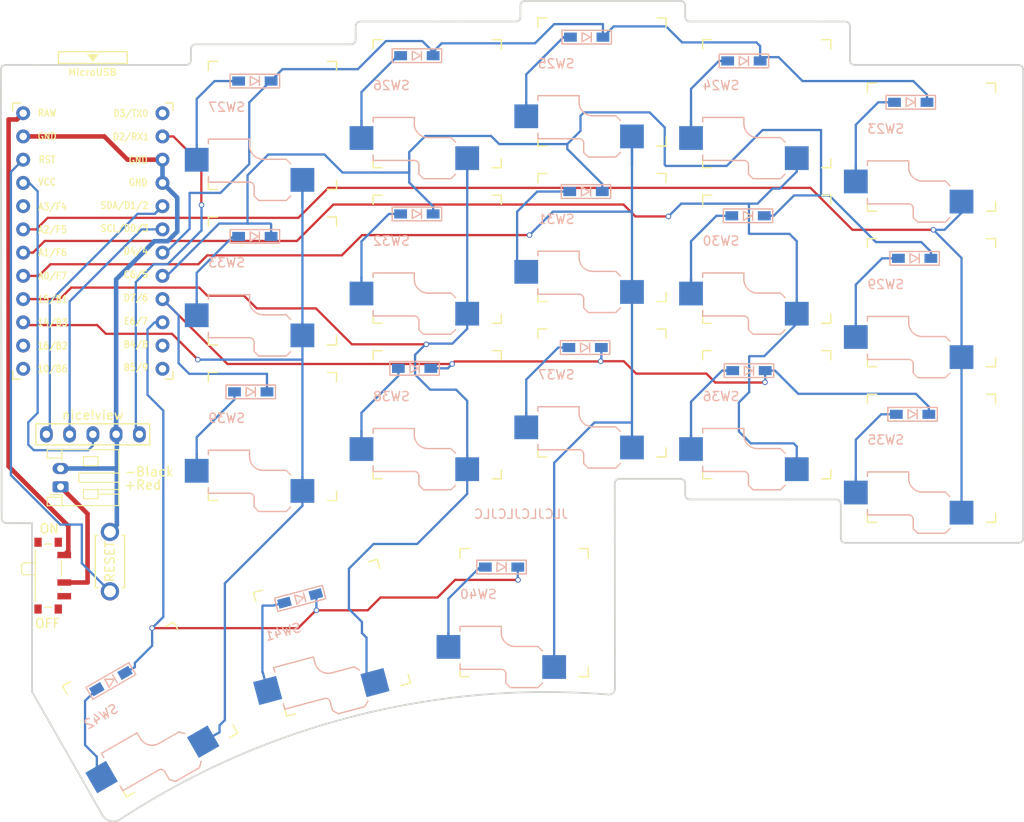
<source format=kicad_pcb>
(kicad_pcb (version 20221018) (generator pcbnew)
  (title_block (title "Corne Light") (date "2020-11-12") (rev "2.0") (company "foostan"))
  (layers (0 "F.Cu" signal) (31 "B.Cu" signal) (34 "B.Paste" user) (35 "F.Paste" user) (36 "B.SilkS" user "B.Silkscreen") (37 "F.SilkS" user "F.Silkscreen") (38 "B.Mask" user) (39 "F.Mask" user) (44 "Edge.Cuts" user))
  (net 0 "")
  (net 1 "row0_r")
  (net 2 "Net-(D23-Pad2)")
  (net 3 "Net-(D24-Pad2)")
  (net 4 "Net-(D25-Pad2)")
  (net 5 "Net-(D26-Pad2)")
  (net 6 "Net-(D27-Pad2)")
  (net 7 "row1_r")
  (net 8 "Net-(D29-Pad2)")
  (net 9 "Net-(D30-Pad2)")
  (net 10 "Net-(D31-Pad2)")
  (net 11 "Net-(D32-Pad2)")
  (net 12 "Net-(D33-Pad2)")
  (net 13 "row2_r")
  (net 14 "Net-(D35-Pad2)")
  (net 15 "Net-(D36-Pad2)")
  (net 16 "Net-(D37-Pad2)")
  (net 17 "Net-(D38-Pad2)")
  (net 18 "Net-(D39-Pad2)")
  (net 19 "Net-(D40-Pad2)")
  (net 20 "row3_r")
  (net 21 "Net-(D41-Pad2)")
  (net 22 "Net-(D42-Pad2)")
  (net 23 "SDA_r")
  (net 24 "SCL_r")
  (net 25 "reset_r")
  (net 26 "col0_r")
  (net 27 "col1_r")
  (net 28 "col2_r")
  (net 29 "col3_r")
  (net 30 "col4_r")
  (net 31 "col5_r")
  (net 33 "VDD")
  (net 34 "GNDA")
  (net 38 "CS_r")
  (net 39 "RGB_r")
  (net 40 "+BATTA")
  (net 41 "Net-(BATJ3-Pad2)")
  (footprint "kbd:ResetSW_1side" (layer "F.Cu") (at 166.9325 91.225 -90)
    (fp_text reference "RSW2" hide)
    (fp_text value "SW_PUSH")
  )
  (footprint "gateron-ks27:Kailh_socket_PG1350_no_LED" (layer "F.Cu") (at 256.6848 45.9204)
    (fp_text reference "SW23")
    (fp_text value "SW_PUSH")
  )
  (footprint "gateron-ks27:Kailh_socket_PG1350_no_LED" (layer "F.Cu") (at 238.6848 41.1704)
    (fp_text reference "SW24")
    (fp_text value "SW_PUSH")
  )
  (footprint "gateron-ks27:Kailh_socket_PG1350_no_LED" (layer "F.Cu") (at 220.6848 38.7954)
    (fp_text reference "SW25")
    (fp_text value "SW_PUSH")
  )
  (footprint "gateron-ks27:Kailh_socket_PG1350_no_LED" (layer "F.Cu") (at 202.6848 41.1704)
    (fp_text reference "SW26")
    (fp_text value "SW_PUSH")
  )
  (footprint "gateron-ks27:Kailh_socket_PG1350_no_LED" (layer "F.Cu") (at 184.6848 43.5454)
    (fp_text reference "SW27")
    (fp_text value "SW_PUSH")
  )
  (footprint "gateron-ks27:Kailh_socket_PG1350_no_LED" (layer "F.Cu") (at 256.6848 62.9204)
    (fp_text reference "SW29")
    (fp_text value "SW_PUSH")
  )
  (footprint "gateron-ks27:Kailh_socket_PG1350_no_LED" (layer "F.Cu") (at 238.6848 58.1704)
    (fp_text reference "SW30")
    (fp_text value "SW_PUSH")
  )
  (footprint "gateron-ks27:Kailh_socket_PG1350_no_LED" (layer "F.Cu") (at 220.6848 55.7954)
    (fp_text reference "SW31")
    (fp_text value "SW_PUSH")
  )
  (footprint "gateron-ks27:Kailh_socket_PG1350_no_LED" (layer "F.Cu") (at 202.6848 58.1704)
    (fp_text reference "SW32")
    (fp_text value "SW_PUSH")
  )
  (footprint "gateron-ks27:Kailh_socket_PG1350_no_LED" (layer "F.Cu") (at 184.6848 60.5454)
    (fp_text reference "SW33")
    (fp_text value "SW_PUSH")
  )
  (footprint "gateron-ks27:Kailh_socket_PG1350_no_LED" (layer "F.Cu") (at 256.6848 79.9204)
    (fp_text reference "SW35")
    (fp_text value "SW_PUSH")
  )
  (footprint "gateron-ks27:Kailh_socket_PG1350_no_LED" (layer "F.Cu") (at 238.6848 75.1704)
    (fp_text reference "SW36")
    (fp_text value "SW_PUSH")
  )
  (footprint "gateron-ks27:Kailh_socket_PG1350_no_LED" (layer "F.Cu") (at 220.6848 72.7954)
    (fp_text reference "SW37")
    (fp_text value "SW_PUSH")
  )
  (footprint "gateron-ks27:Kailh_socket_PG1350_no_LED" (layer "F.Cu") (at 202.6848 75.1704)
    (fp_text reference "SW38")
    (fp_text value "SW_PUSH")
  )
  (footprint "gateron-ks27:Kailh_socket_PG1350_no_LED" (layer "F.Cu") (at 212.1848 96.7954)
    (fp_text reference "SW40")
    (fp_text value "SW_PUSH")
  )
  (footprint "gateron-ks27:Kailh_socket_PG1350_no_LED" (layer "F.Cu") (at 191.1848 99.5454 15)
    (fp_text reference "SW41")
    (fp_text value "SW_PUSH")
  )
  (footprint "gateron-ks27:Kailh_socket_PG1350_no_LED" (layer "F.Cu") (at 184.6848 77.5454)
    (fp_text reference "SW39")
    (fp_text value "SW_PUSH")
  )
  (footprint "kbd:ProMicro_v3" (layer "F.Cu") (at 165.0628 56.6864)
    (fp_text reference "U2" hide)
    (fp_text value "ProMicro" hide)
  )
  (footprint "nice_view:nice_view_1side" (layer "F.Cu") (at 159.9875 77.31)
    (fp_text reference "J7")
    (fp_text value "OLED" hide)
  )
  (footprint "Button_Switch_SMD:SW_SPDT_PCM12" (layer "F.Cu") (at 160.5075 92.755 -90)
    (fp_text reference "PSW2" hide)
    (fp_text value "SW_SPST")
  )
  (footprint "Connector_JST:JST_PH_S2B-PH-K_1x02_P2.00mm_Horizontal" (layer "F.Cu") (at 161.5375 83.045 90)
    (fp_text reference "BATJ4" hide)
    (fp_text value "Conn_01x02_Female")
  )
  (footprint "gateron-ks27:Kailh_socket_PG1350_no_LED" (layer "F.Cu") (at 171.31 107.39 30)
    (fp_text reference "SW42")
    (fp_text value "SW_PUSH")
  )
  (footprint "gateron-ks27:D3_SMD_v2" (layer "B.Cu") (at 236.7375 70.345 180)
    (fp_text reference "D36" hide)
    (fp_text value "D" hide)
  )
  (footprint "gateron-ks27:D3_SMD_v2" (layer "B.Cu") (at 218.8375 67.82 180)
    (fp_text reference "D37" hide)
    (fp_text value "D" hide)
  )
  (footprint "gateron-ks27:D3_SMD_v2" (layer "B.Cu") (at 200.2125 70.095 180)
    (fp_text reference "D38" hide)
    (fp_text value "D" hide)
  )
  (footprint "gateron-ks27:D3_SMD_v2" (layer "B.Cu") (at 182.3125 72.67 180)
    (fp_text reference "D39" hide)
    (fp_text value "D" hide)
  )
  (footprint "gateron-ks27:D3_SMD_v2" (layer "B.Cu") (at 209.7125 91.82 180)
    (fp_text reference "D40" hide)
    (fp_text value "D" hide)
  )
  (footprint "gateron-ks27:D3_SMD_v2" (layer "B.Cu") (at 187.7125 95.245 -165)
    (fp_text reference "D41" hide)
    (fp_text value "D" hide)
  )
  (footprint "gateron-ks27:D3_SMD_v2" (layer "B.Cu") (at 167.0375 104.27 -150)
    (fp_text reference "D42" hide)
    (fp_text value "D" hide)
  )
  (footprint "gateron-ks27:D3_SMD_v2" (layer "B.Cu") (at 254.4125 41.015 180)
    (fp_text reference "D23" hide)
    (fp_text value "D" hide)
  )
  (footprint "gateron-ks27:D3_SMD_v2" (layer "B.Cu") (at 236.1875 36.495 180)
    (fp_text reference "D24" hide)
    (fp_text value "D" hide)
  )
  (footprint "gateron-ks27:D3_SMD_v2" (layer "B.Cu") (at 219.0125 33.895 180)
    (fp_text reference "D25" hide)
    (fp_text value "D" hide)
  )
  (footprint "gateron-ks27:D3_SMD_v2" (layer "B.Cu") (at 200.4625 35.92 180)
    (fp_text reference "D26" hide)
    (fp_text value "D" hide)
  )
  (footprint "gateron-ks27:D3_SMD_v2" (layer "B.Cu") (at 182.7625 38.695 180)
    (fp_text reference "D27" hide)
    (fp_text value "D" hide)
  )
  (footprint "gateron-ks27:D3_SMD_v2" (layer "B.Cu") (at 254.8375 58.07 180)
    (fp_text reference "D29" hide)
    (fp_text value "D" hide)
  )
  (footprint "gateron-ks27:D3_SMD_v2" (layer "B.Cu") (at 236.6375 53.42 180)
    (fp_text reference "D30" hide)
    (fp_text value "D" hide)
  )
  (footprint "gateron-ks27:D3_SMD_v2" (layer "B.Cu") (at 218.9375 50.77 180)
    (fp_text reference "D31" hide)
    (fp_text value "D" hide)
  )
  (footprint "gateron-ks27:D3_SMD_v2" (layer "B.Cu") (at 200.4625 53.22 180)
    (fp_text reference "D32" hide)
    (fp_text value "D" hide)
  )
  (footprint "gateron-ks27:D3_SMD_v2" (layer "B.Cu") (at 182.7625 55.675 180)
    (fp_text reference "D33" hide)
    (fp_text value "D" hide)
  )
  (footprint "gateron-ks27:D3_SMD_v2" (layer "B.Cu") (at 254.6125 75.12 180)
    (fp_text reference "D35" hide)
    (fp_text value "D" hide)
  )
  (gr_line (start 230.104759 84.397259) (end 229.97268 84.326139) (stroke (width 0.2)) (layer "Edge.Cuts"))
  (gr_line (start 230.274109 32.184762) (end 236.386102 32.184762) (stroke (width 0.2)) (layer "Edge.Cuts"))
  (gr_line (start 229.5739 82.278901) (end 229.67296 82.377961) (stroke (width 0.2)) (layer "Edge.Cuts"))
  (gr_line (start 247.103375 89.147168) (end 246.971295 89.076048) (stroke (width 0.2)) (layer "Edge.Cuts"))
  (gr_line (start 247.673851 32.387962) (end 247.744971 32.520042) (stroke (width 0.2)) (layer "Edge.Cuts"))
  (gr_line (start 229.87279 31.986642) (end 229.80167 31.854563) (stroke (width 0.2)) (layer "Edge.Cuts"))
  (gr_line (start 266.19118 36.934341) (end 266.36136 36.964821) (stroke (width 0.2)) (layer "Edge.Cuts"))
  (gr_line (start 167.955899 119.459659) (end 167.818739 119.523159) (stroke (width 0.2)) (layer "Edge.Cuts"))
  (gr_line (start 175.274026 36.937098) (end 175.274026 36.937098) (stroke (width 0.2)) (layer "Edge.Cuts"))
  (gr_line (start 194.273966 32.184762) (end 205.236595 32.187302) (stroke (width 0.2)) (layer "Edge.Cuts"))
  (gr_line (start 246.745235 84.760592) (end 246.773175 84.925692) (stroke (width 0.2)) (layer "Edge.Cuts"))
  (gr_line (start 230.274109 32.184762) (end 230.103929 32.156822) (stroke (width 0.2)) (layer "Edge.Cuts"))
  (gr_line (start 229.44436 82.207781) (end 229.5739 82.278901) (stroke (width 0.2)) (layer "Edge.Cuts"))
  (gr_line (start 266.5925 88.975) (end 266.4909 89.0766) (stroke (width 0.2)) (layer "Edge.Cuts"))
  (gr_line (start 167.818739 119.523159) (end 167.666339 119.573959) (stroke (width 0.2)) (layer "Edge.Cuts"))
  (gr_line (start 266.36136 89.14518) (end 266.19372 89.17566) (stroke (width 0.2)) (layer "Edge.Cuts"))
  (gr_line (start 211.442568 32.159362) (end 211.272388 32.187302) (stroke (width 0.2)) (layer "Edge.Cuts"))
  (gr_line (start 155.022626 37.434937) (end 155.053106 37.267297) (stroke (width 0.2)) (layer "Edge.Cuts"))
  (gr_line (start 266.4909 89.0766) (end 266.36136 89.14518) (stroke (width 0.2)) (layer "Edge.Cuts"))
  (gr_line (start 158.4175 87.015) (end 158.4225 105.445) (stroke (width 0.2)) (layer "Edge.Cuts"))
  (gr_line (start 246.272796 84.427852) (end 241.146322 84.427852) (stroke (width 0.2)) (layer "Edge.Cuts"))
  (gr_line (start 246.801115 88.844908) (end 246.773175 88.674728) (stroke (width 0.2)) (layer "Edge.Cuts"))
  (gr_line (start 193.743106 34.359) (end 193.671986 34.48854) (stroke (width 0.2)) (layer "Edge.Cuts"))
  (gr_line (start 211.742288 31.857103) (end 211.673708 31.989182) (stroke (width 0.2)) (layer "Edge.Cuts"))
  (gr_line (start 175.771865 35.187039) (end 175.771865 36.436718) (stroke (width 0.2)) (layer "Edge.Cuts"))
  (gr_line (start 167.122779 119.609519) (end 166.95514 119.576499) (stroke (width 0.2)) (layer "Edge.Cuts"))
  (gr_line (start 175.873465 34.88732) (end 175.975065 34.78572) (stroke (width 0.2)) (layer "Edge.Cuts"))
  (gr_line (start 166.53604 119.388539) (end 166.4192 119.30218) (stroke (width 0.2)) (layer "Edge.Cuts"))
  (gr_line (start 167.666339 119.573959) (end 167.498699 119.606979) (stroke (width 0.2)) (layer "Edge.Cuts"))
  (gr_line (start 175.771865 36.436718) (end 175.743925 36.609438) (stroke (width 0.2)) (layer "Edge.Cuts"))
  (gr_line (start 212.273147 29.936864) (end 212.273147 29.936864) (stroke (width 0.2)) (layer "Edge.Cuts"))
  (gr_line (start 229.67213 30.137524) (end 229.74325 30.267064) (stroke (width 0.2)) (layer "Edge.Cuts"))
  (gr_line (start 194.106326 32.215242) (end 194.273966 32.184762) (stroke (width 0.2)) (layer "Edge.Cuts"))
  (gr_line (start 266.5925 37.135) (end 266.66108 37.26708) (stroke (width 0.2)) (layer "Edge.Cuts"))
  (gr_line (start 266.69156 37.43472) (end 266.6941 88.672741) (stroke (width 0.2)) (layer "Edge.Cuts"))
  (gr_line (start 193.440847 34.65872) (end 193.273207 34.68412) (stroke (width 0.2)) (layer "Edge.Cuts"))
  (gr_line (start 193.671986 34.48854) (end 193.570387 34.5876) (stroke (width 0.2)) (layer "Edge.Cuts"))
  (gr_line (start 211.973427 30.035924) (end 212.102967 29.967344) (stroke (width 0.2)) (layer "Edge.Cuts"))
  (gr_line (start 211.772768 31.684383) (end 211.772768 30.434704) (stroke (width 0.2)) (layer "Edge.Cuts"))
  (gr_line (start 155.626711 87.013814) (end 158.4175 87.015) (stroke (width 0.2)) (layer "Edge.Cuts"))
  (gr_line (start 175.771865 35.187039) (end 175.802345 35.016859) (stroke (width 0.2)) (layer "Edge.Cuts"))
  (gr_line (start 193.570387 34.5876) (end 193.440847 34.65872) (stroke (width 0.2)) (layer "Edge.Cuts"))
  (gr_line (start 229.97268 84.326139) (end 229.87362 84.227079) (stroke (width 0.2)) (layer "Edge.Cuts"))
  (gr_line (start 211.772768 31.684383) (end 211.742288 31.857103) (stroke (width 0.2)) (layer "Edge.Cuts"))
  (gr_line (start 166.21854 119.0939) (end 166.15758 119.01008) (stroke (width 0.2)) (layer "Edge.Cuts"))
  (gr_line (start 246.674115 84.628512) (end 246.745235 84.760592) (stroke (width 0.2)) (layer "Edge.Cuts"))
  (gr_line (start 167.310739 119.622219) (end 167.122779 119.609519) (stroke (width 0.2)) (layer "Edge.Cuts"))
  (gr_line (start 246.872235 88.976988) (end 246.801115 88.844908) (stroke (width 0.2)) (layer "Edge.Cuts"))
  (gr_line (start 155.355365 36.965038) (end 155.523005 36.934558) (stroke (width 0.2)) (layer "Edge.Cuts"))
  (gr_line (start 175.571205 36.838038) (end 175.441665 36.909158) (stroke (width 0.2)) (layer "Edge.Cuts"))
  (gr_line (start 155.022626 37.434937) (end 155.106711 86.503718) (stroke (width 0.2)) (layer "Edge.Cuts"))
  (gr_line (start 246.272796 84.427852) (end 246.442975 84.458332) (stroke (width 0.2)) (layer "Edge.Cuts"))
  (gr_line (start 176.272245 34.68412) (end 193.273207 34.68412) (stroke (width 0.2)) (layer "Edge.Cuts"))
  (gr_line (start 229.8025 84.095) (end 229.77456 83.92482) (stroke (width 0.2)) (layer "Edge.Cuts"))
  (gr_line (start 193.773586 32.685142) (end 193.804066 32.517502) (stroke (width 0.2)) (layer "Edge.Cuts"))
  (gr_line (start 175.743925 36.609438) (end 175.672805 36.738978) (stroke (width 0.2)) (layer "Edge.Cuts"))
  (gr_line (start 247.572251 32.288902) (end 247.673851 32.387962) (stroke (width 0.2)) (layer "Edge.Cuts"))
  (gr_line (start 247.272532 32.187302) (end 236.386102 32.184762) (stroke (width 0.2)) (layer "Edge.Cuts"))
  (gr_line (start 222.28203 82.27547) (end 222.41157 82.20435) (stroke (width 0.2)) (layer "Edge.Cuts"))
  (gr_line (start 229.97185 32.085702) (end 229.87279 31.986642) (stroke (width 0.2)) (layer "Edge.Cuts"))
  (gr_line (start 229.27418 82.174761) (end 229.44436 82.207781) (stroke (width 0.2)) (layer "Edge.Cuts"))
  (gr_line (start 266.6941 88.672741) (end 266.66362 88.84546) (stroke (width 0.2)) (layer "Edge.Cuts"))
  (gr_line (start 246.572515 84.529452) (end 246.674115 84.628512) (stroke (width 0.2)) (layer "Edge.Cuts"))
  (gr_line (start 222.07883 82.67425) (end 222.11185 82.50407) (stroke (width 0.2)) (layer "Edge.Cuts"))
  (gr_line (start 166.15758 119.01008) (end 166.1525 119.005) (stroke (width 0.2)) (layer "Edge.Cuts"))
  (gr_line (start 229.44353 29.967344) (end 229.57307 30.038464) (stroke (width 0.2)) (layer "Edge.Cuts"))
  (gr_arc (start 167.955899 119.45966) (mid 193.553438 108.131164) (end 221.444584 105.753605) (stroke (width 0.2)) (layer "Edge.Cuts"))
  (gr_line (start 246.773175 84.925692) (end 246.773175 88.674728) (stroke (width 0.2)) (layer "Edge.Cuts"))
  (gr_line (start 247.273555 89.175108) (end 266.19372 89.17566) (stroke (width 0.2)) (layer "Edge.Cuts"))
  (gr_line (start 211.772768 30.434704) (end 211.803248 30.267064) (stroke (width 0.2)) (layer "Edge.Cuts"))
  (gr_line (start 166.8002 119.525699) (end 166.66304 119.462199) (stroke (width 0.2)) (layer "Edge.Cuts"))
  (gr_line (start 248.103111 36.906618) (end 247.971031 36.835498) (stroke (width 0.2)) (layer "Edge.Cuts"))
  (gr_line (start 247.442711 32.217782) (end 247.572251 32.288902) (stroke (width 0.2)) (layer "Edge.Cuts"))
  (gr_line (start 266.66108 37.26708) (end 266.69156 37.43472) (stroke (width 0.2)) (layer "Edge.Cuts"))
  (gr_line (start 166.31506 119.20312) (end 166.21854 119.0939) (stroke (width 0.2)) (layer "Edge.Cuts"))
  (gr_line (start 175.672805 36.738978) (end 175.571205 36.838038) (stroke (width 0.2)) (layer "Edge.Cuts"))
  (gr_line (start 212.273147 29.934324) (end 229.27335 29.934324) (stroke (width 0.2)) (layer "Edge.Cuts"))
  (gr_line (start 155.124225 37.137757) (end 155.225825 37.036157) (stroke (width 0.2)) (layer "Edge.Cuts"))
  (gr_line (start 229.77456 82.675141) (end 229.77456 83.92482) (stroke (width 0.2)) (layer "Edge.Cuts"))
  (gr_line (start 155.523005 36.934558) (end 175.274026 36.937098) (stroke (width 0.2)) (layer "Edge.Cuts"))
  (gr_line (start 193.872646 32.387962) (end 193.974246 32.286362) (stroke (width 0.2)) (layer "Edge.Cuts"))
  (gr_line (start 175.802345 35.016859) (end 175.873465 34.88732) (stroke (width 0.2)) (layer "Edge.Cuts"))
  (gr_line (start 211.874367 30.137524) (end 211.973427 30.035924) (stroke (width 0.2)) (layer "Edge.Cuts"))
  (gr_line (start 222.57921 82.17387) (end 229.27418 82.174761) (stroke (width 0.2)) (layer "Edge.Cuts"))
  (gr_line (start 175.975065 34.78572) (end 176.104605 34.71714) (stroke (width 0.2)) (layer "Edge.Cuts"))
  (gr_line (start 230.274939 84.425199) (end 230.104759 84.397259) (stroke (width 0.2)) (layer "Edge.Cuts"))
  (gr_line (start 229.27335 29.934324) (end 229.44353 29.967344) (stroke (width 0.2)) (layer "Edge.Cuts"))
  (gr_line (start 166.1525 119.005) (end 158.4225 105.445) (stroke (width 0.2)) (layer "Edge.Cuts"))
  (gr_line (start 229.67296 82.377961) (end 229.74408 82.507501) (stroke (width 0.2)) (layer "Edge.Cuts"))
  (gr_line (start 246.971295 89.076048) (end 246.872235 88.976988) (stroke (width 0.2)) (layer "Edge.Cuts"))
  (gr_line (start 222.097644 105.106286) (end 222.07883 82.67425) (stroke (width 0.2)) (layer "Edge.Cuts"))
  (gr_line (start 166.95514 119.576499) (end 166.8002 119.525699) (stroke (width 0.2)) (layer "Edge.Cuts"))
  (gr_line (start 248.273291 36.934558) (end 266.19118 36.934341) (stroke (width 0.2)) (layer "Edge.Cuts"))
  (gr_line (start 266.4909 37.03594) (end 266.5925 37.135) (stroke (width 0.2)) (layer "Edge.Cuts"))
  (gr_line (start 229.57307 30.038464) (end 229.67213 30.137524) (stroke (width 0.2)) (layer "Edge.Cuts"))
  (gr_line (start 266.66362 88.84546) (end 266.5925 88.975) (stroke (width 0.2)) (layer "Edge.Cuts"))
  (gr_line (start 229.80167 31.854563) (end 229.77373 31.684383) (stroke (width 0.2)) (layer "Edge.Cuts"))
  (gr_line (start 211.272388 32.187302) (end 205.236595 32.187302) (stroke (width 0.2)) (layer "Edge.Cuts"))
  (gr_line (start 230.103929 32.156822) (end 229.97185 32.085702) (stroke (width 0.2)) (layer "Edge.Cuts"))
  (gr_line (start 211.673708 31.989182) (end 211.572108 32.088242) (stroke (width 0.2)) (layer "Edge.Cuts"))
  (gr_line (start 222.18297 82.37453) (end 222.28203 82.27547) (stroke (width 0.2)) (layer "Edge.Cuts"))
  (gr_line (start 175.441665 36.909158) (end 175.274026 36.937098) (stroke (width 0.2)) (layer "Edge.Cuts"))
  (gr_line (start 176.104605 34.71714) (end 176.272245 34.68412) (stroke (width 0.2)) (layer "Edge.Cuts"))
  (gr_line (start 193.804066 32.517502) (end 193.872646 32.387962) (stroke (width 0.2)) (layer "Edge.Cuts"))
  (gr_line (start 247.871971 36.736438) (end 247.800851 36.604358) (stroke (width 0.2)) (layer "Edge.Cuts"))
  (gr_line (start 229.87362 84.227079) (end 229.8025 84.095) (stroke (width 0.2)) (layer "Edge.Cuts"))
  (gr_line (start 247.800851 36.604358) (end 247.772911 36.434178) (stroke (width 0.2)) (layer "Edge.Cuts"))
  (gr_line (start 193.974246 32.286362) (end 194.106326 32.215242) (stroke (width 0.2)) (layer "Edge.Cuts"))
  (gr_line (start 247.272532 32.187302) (end 247.442711 32.217782) (stroke (width 0.2)) (layer "Edge.Cuts"))
  (gr_line (start 229.74408 82.507501) (end 229.77456 82.675141) (stroke (width 0.2)) (layer "Edge.Cuts"))
  (gr_line (start 222.41157 82.20435) (end 222.57921 82.17387) (stroke (width 0.2)) (layer "Edge.Cuts"))
  (gr_line (start 193.773586 34.18374) (end 193.743106 34.359) (stroke (width 0.2)) (layer "Edge.Cuts"))
  (gr_arc (start 155.626711 87.013814) (mid 155.2625 86.865) (end 155.106711 86.503718) (stroke (width 0.2)) (layer "Edge.Cuts"))
  (gr_line (start 166.4192 119.30218) (end 166.31506 119.20312) (stroke (width 0.2)) (layer "Edge.Cuts"))
  (gr_line (start 229.77373 30.434704) (end 229.77373 31.684383) (stroke (width 0.2)) (layer "Edge.Cuts"))
  (gr_line (start 212.102967 29.967344) (end 212.273147 29.934324) (stroke (width 0.2)) (layer "Edge.Cuts"))
  (gr_line (start 246.442975 84.458332) (end 246.572515 84.529452) (stroke (width 0.2)) (layer "Edge.Cuts"))
  (gr_line (start 222.11185 82.50407) (end 222.18297 82.37453) (stroke (width 0.2)) (layer "Edge.Cuts"))
  (gr_line (start 247.971031 36.835498) (end 247.871971 36.736438) (stroke (width 0.2)) (layer "Edge.Cuts"))
  (gr_line (start 247.744971 32.520042) (end 247.772911 32.685142) (stroke (width 0.2)) (layer "Edge.Cuts"))
  (gr_line (start 211.803248 30.267064) (end 211.874367 30.137524) (stroke (width 0.2)) (layer "Edge.Cuts"))
  (gr_line (start 211.572108 32.088242) (end 211.442568 32.159362) (stroke (width 0.2)) (layer "Edge.Cuts"))
  (gr_line (start 266.36136 36.964821) (end 266.4909 37.03594) (stroke (width 0.2)) (layer "Edge.Cuts"))
  (gr_line (start 230.274939 84.425199) (end 241.146322 84.427852) (stroke (width 0.2)) (layer "Edge.Cuts"))
  (gr_line (start 167.498699 119.606979) (end 167.310739 119.622219) (stroke (width 0.2)) (layer "Edge.Cuts"))
  (gr_line (start 248.273291 36.934558) (end 248.103111 36.906618) (stroke (width 0.2)) (layer "Edge.Cuts"))
  (gr_line (start 155.225825 37.036157) (end 155.355365 36.965038) (stroke (width 0.2)) (layer "Edge.Cuts"))
  (gr_line (start 247.772911 32.685142) (end 247.772911 36.434178) (stroke (width 0.2)) (layer "Edge.Cuts"))
  (gr_line (start 247.273555 89.175108) (end 247.103375 89.147168) (stroke (width 0.2)) (layer "Edge.Cuts"))
  (gr_line (start 229.74325 30.267064) (end 229.77373 30.434704) (stroke (width 0.2)) (layer "Edge.Cuts"))
  (gr_line (start 155.053106 37.267297) (end 155.124225 37.137757) (stroke (width 0.2)) (layer "Edge.Cuts"))
  (gr_line (start 193.773586 34.18374) (end 193.773586 32.685142) (stroke (width 0.2)) (layer "Edge.Cuts"))
  (gr_line (start 266.69156 37.43472) (end 266.69156 37.43472) (stroke (width 0.2)) (layer "Edge.Cuts"))
  (gr_arc (start 222.095463 105.11425) (mid 221.906203 105.572561) (end 221.444584 105.753605) (stroke (width 0.2)) (layer "Edge.Cuts"))
  (gr_line (start 166.66304 119.462199) (end 166.53604 119.388539) (stroke (width 0.2)) (layer "Edge.Cuts"))
  (gr_text "JLCJLCJLCJLC\n\n" (at 217.0875 88.22) (layer "B.SilkS") (effects (font (size 1 1)) (justify left bottom mirror)))
  (gr_text "-Black" (at 168.4375 81.395) (layer "F.SilkS") (effects (font (size 1 1)) (justify left)))
  (gr_text "+Red" (at 168.4375 82.845) (layer "F.SilkS") (effects (font (size 1 1)) (justify left)))
  (gr_text "ON" (at 159.1525 87.615) (layer "F.SilkS") (effects (font (size 1 1)) (justify left)))
  (gr_text "OFF" (at 158.6425 97.985) (layer "F.SilkS") (effects (font (size 1 1)) (justify left)))
  (segment (start 237.962 36.0815) (end 237.962 34.8755) (width 0.25) (layer "B.Cu") (net 1))
  (segment (start 197.0875 34.32) (end 201.0515 34.32) (width 0.25) (layer "B.Cu") (net 1))
  (segment (start 175.6375 54.845) (end 175.6375 50.92) (width 0.25) (layer "B.Cu") (net 1))
  (segment (start 237.9625 36.495) (end 237.962 36.495) (width 0.25) (layer "B.Cu") (net 1))
  (segment (start 182.149 41.0315) (end 184.538 38.6433) (width 0.25) (layer "B.Cu") (net 1))
  (segment (start 201.0515 34.32) (end 202.238 35.5065) (width 0.25) (layer "B.Cu") (net 1))
  (segment (start 172.6741 57.4483) (end 173.0342 57.4483) (width 0.25) (layer "B.Cu") (net 1))
  (segment (start 237.5565 34.47) (end 229.4375 34.47) (width 0.25) (layer "B.Cu") (net 1))
  (segment (start 172.6742 57.4484) (end 172.6741 57.4483) (width 0.25) (layer "B.Cu") (net 1))
  (segment (start 184.538 38.695) (end 184.538 38.6433) (width 0.25) (layer "B.Cu") (net 1))
  (segment (start 184.538 38.6433) (end 185.7863 37.395) (width 0.25) (layer "B.Cu") (net 1))
  (segment (start 202.238 35.92) (end 202.238 35.5065) (width 0.25) (layer "B.Cu") (net 1))
  (segment (start 194.0125 37.395) (end 197.0875 34.32) (width 0.25) (layer "B.Cu") (net 1))
  (segment (start 220.7875 33.895) (end 220.788 33.895) (width 0.25) (layer "B.Cu") (net 1))
  (segment (start 237.962 34.8755) (end 237.5565 34.47) (width 0.25) (layer "B.Cu") (net 1))
  (segment (start 220.788 33.895) (end 220.788 32.47) (width 0.25) (layer "B.Cu") (net 1))
  (segment (start 173.0342 57.4483) (end 175.6375 54.845) (width 0.25) (layer "B.Cu") (net 1))
  (segment (start 256.188 40.1881) (end 254.6949 38.695) (width 0.25) (layer "B.Cu") (net 1))
  (segment (start 256.1875 41.015) (end 256.188 41.015) (width 0.25) (layer "B.Cu") (net 1))
  (segment (start 254.6949 38.695) (end 242.5875 38.695) (width 0.25) (layer "B.Cu") (net 1))
  (segment (start 185.7863 37.395) (end 194.0125 37.395) (width 0.25) (layer "B.Cu") (net 1))
  (segment (start 229.4375 34.47) (end 227.6875 32.72) (width 0.25) (layer "B.Cu") (net 1))
  (segment (start 172.674 57.4484) (end 172.6741 57.4483) (width 0.25) (layer "B.Cu") (net 1))
  (segment (start 175.6375 50.92) (end 179.0037 50.92) (width 0.25) (layer "B.Cu") (net 1))
  (segment (start 220.788 32.47) (end 215.4625 32.47) (width 0.25) (layer "B.Cu") (net 1))
  (segment (start 213.3625 34.57) (end 203.1745 34.57) (width 0.25) (layer "B.Cu") (net 1))
  (segment (start 256.188 41.015) (end 256.188 40.1881) (width 0.25) (layer "B.Cu") (net 1))
  (segment (start 239.974 36.0815) (end 237.962 36.0815) (width 0.25) (layer "B.Cu") (net 1))
  (segment (start 184.5375 38.695) (end 184.538 38.695) (width 0.25) (layer "B.Cu") (net 1))
  (segment (start 242.5875 38.695) (end 239.974 36.0815) (width 0.25) (layer "B.Cu") (net 1))
  (segment (start 221.963 32.72) (end 220.788 33.895) (width 0.25) (layer "B.Cu") (net 1))
  (segment (start 179.0037 50.92) (end 182.149 47.7747) (width 0.25) (layer "B.Cu") (net 1))
  (segment (start 203.1745 34.57) (end 202.238 35.5065) (width 0.25) (layer "B.Cu") (net 1))
  (segment (start 202.2375 35.92) (end 202.238 35.92) (width 0.25) (layer "B.Cu") (net 1))
  (segment (start 215.4625 32.47) (end 213.3625 34.57) (width 0.25) (layer "B.Cu") (net 1))
  (segment (start 182.149 47.7747) (end 182.149 41.0315) (width 0.25) (layer "B.Cu") (net 1))
  (segment (start 237.962 36.495) (end 237.962 36.0815) (width 0.25) (layer "B.Cu") (net 1))
  (segment (start 227.6875 32.72) (end 221.963 32.72) (width 0.25) (layer "B.Cu") (net 1))
  (segment (start 248.41 43.4725) (end 248.41 47.87) (width 0.25) (layer "B.Cu") (net 2))
  (segment (start 248.41 47.87) (end 248.41 49.6704) (width 0.25) (layer "B.Cu") (net 2))
  (segment (start 252.6375 41.015) (end 250.8675 41.015) (width 0.25) (layer "B.Cu") (net 2))
  (segment (start 248.4098 47.8702) (end 248.4098 49.6704) (width 0.25) (layer "B.Cu") (net 2))
  (segment (start 250.8675 41.015) (end 248.41 43.4725) (width 0.25) (layer "B.Cu") (net 2))
  (segment (start 248.41 47.87) (end 248.4098 47.8702) (width 0.25) (layer "B.Cu") (net 2))
  (segment (start 230.41 43.1225) (end 230.41 44.9204) (width 0.25) (layer "B.Cu") (net 3))
  (segment (start 230.41 39.5475) (end 230.41 43.1225) (width 0.25) (layer "B.Cu") (net 3))
  (segment (start 234.4125 36.495) (end 233.4625 36.495) (width 0.25) (layer "B.Cu") (net 3))
  (segment (start 230.4098 43.1227) (end 230.4098 44.9204) (width 0.25) (layer "B.Cu") (net 3))
  (segment (start 230.41 43.1225) (end 230.4098 43.1227) (width 0.25) (layer "B.Cu") (net 3))
  (segment (start 233.4625 36.495) (end 230.41 39.5475) (width 0.25) (layer "B.Cu") (net 3))
  (segment (start 216.4875 33.895) (end 212.41 37.9725) (width 0.25) (layer "B.Cu") (net 4))
  (segment (start 217.2375 33.895) (end 216.4875 33.895) (width 0.25) (layer "B.Cu") (net 4))
  (segment (start 212.41 41.0475) (end 212.41 42.5454) (width 0.25) (layer "B.Cu") (net 4))
  (segment (start 212.4098 41.0477) (end 212.4098 42.5454) (width 0.25) (layer "B.Cu") (net 4))
  (segment (start 212.41 37.9725) (end 212.41 41.0475) (width 0.25) (layer "B.Cu") (net 4))
  (segment (start 212.41 41.0475) (end 212.4098 41.0477) (width 0.25) (layer "B.Cu") (net 4))
  (segment (start 194.4098 42.9727) (end 194.4098 44.9204) (width 0.25) (layer "B.Cu") (net 5))
  (segment (start 194.41 42.9725) (end 194.41 44.9204) (width 0.25) (layer "B.Cu") (net 5))
  (segment (start 198.6875 35.92) (end 198.3875 35.92) (width 0.25) (layer "B.Cu") (net 5))
  (segment (start 194.41 39.8975) (end 194.41 42.9725) (width 0.25) (layer "B.Cu") (net 5))
  (segment (start 194.41 42.9725) (end 194.4098 42.9727) (width 0.25) (layer "B.Cu") (net 5))
  (segment (start 198.3875 35.92) (end 194.41 39.8975) (width 0.25) (layer "B.Cu") (net 5))
  (segment (start 176.41 45.6975) (end 176.41 47.2954) (width 0.25) (layer "B.Cu") (net 6))
  (segment (start 176.41 40.6475) (end 176.41 45.6975) (width 0.25) (layer "B.Cu") (net 6))
  (segment (start 180.9875 38.695) (end 178.3625 38.695) (width 0.25) (layer "B.Cu") (net 6))
  (segment (start 176.41 45.6975) (end 176.4098 45.6977) (width 0.25) (layer "B.Cu") (net 6))
  (segment (start 176.4098 45.6977) (end 176.4098 47.2954) (width 0.25) (layer "B.Cu") (net 6))
  (segment (start 178.3625 38.695) (end 176.41 40.6475) (width 0.25) (layer "B.Cu") (net 6))
  (segment (start 225.8875 42.12) (end 227.5375 43.77) (width 0.25) (layer "B.Cu") (net 7))
  (segment (start 190.3625 46.72) (end 184.2375 46.72) (width 0.25) (layer "B.Cu") (net 7))
  (segment (start 202.2375 53.22) (end 202.238 53.22) (width 0.25) (layer "B.Cu") (net 7))
  (segment (start 199.625 47.3924) (end 199.625 48.57) (width 0.25) (layer "B.Cu") (net 7))
  (segment (start 172.6742 59.9884) (end 172.6741 59.9883) (width 0.25) (layer "B.Cu") (net 7))
  (segment (start 238.2375 44.045) (end 244.6125 44.045) (width 0.25) (layer "B.Cu") (net 7))
  (segment (start 178.8625 54.27) (end 182.0219 54.27) (width 0.25) (layer "B.Cu") (net 7))
  (segment (start 239.439 53.42) (end 238.4125 53.42) (width 0.25) (layer "B.Cu") (net 7))
  (segment (start 218.3375 42.495) (end 218.7125 42.12) (width 0.25) (layer "B.Cu") (net 7))
  (segment (start 250.6093 56.295) (end 245.5093 51.195) (width 0.25) (layer "B.Cu") (net 7))
  (segment (start 234.3125 47.97) (end 238.2375 44.045) (width 0.25) (layer "B.Cu") (net 7))
  (segment (start 216.894 46.1251) (end 216.894 45.5819) (width 0.25) (layer "B.Cu") (net 7))
  (segment (start 241.664 51.195) (end 239.439 53.42) (width 0.25) (layer "B.Cu") (net 7))
  (segment (start 218.3375 44.1384) (end 218.3375 42.495) (width 0.25) (layer "B.Cu") (net 7))
  (segment (start 184.5375 54.345) (end 184.5375 55.675) (width 0.25) (layer "B.Cu") (net 7))
  (segment (start 256.6125 57.345) (end 255.5625 56.295) (width 0.25) (layer "B.Cu") (net 7))
  (segment (start 256.6125 58.07) (end 256.6125 57.345) (width 0.25) (layer "B.Cu") (net 7))
  (segment (start 216.894 45.5819) (end 209.4494 45.5819) (width 0.25) (layer "B.Cu") (net 7))
  (segment (start 181.9625 54.27) (end 184.4625 54.27) (width 0.25) (layer "B.Cu") (net 7))
  (segment (start 208.5625 44.695) (end 201.3875 44.695) (width 0.25) (layer "B.Cu") (net 7))
  (segment (start 199.625 48.57) (end 199.5 48.695) (width 0.25) (layer "B.Cu") (net 7))
  (segment (start 199.625 49.7808) (end 202.238 52.3931) (width 0.25) (layer "B.Cu") (net 7))
  (segment (start 227.6625 47.97) (end 234.3125 47.97) (width 0.25) (layer "B.Cu") (net 7))
  (segment (start 227.5375 43.77) (end 227.5375 47.845) (width 0.25) (layer "B.Cu") (net 7))
  (segment (start 173.1442 59.9883) (end 178.8625 54.27) (width 0.25) (layer "B.Cu") (net 7))
  (segment (start 199.625 47.3924) (end 199.625 49.7808) (width 0.25) (layer "B.Cu") (net 7))
  (segment (start 172.674 59.9884) (end 172.6741 59.9883) (width 0.25) (layer "B.Cu") (net 7))
  (segment (start 184.4625 54.27) (end 184.5375 54.345) (width 0.25) (layer "B.Cu") (net 7))
  (segment (start 172.6741 59.9883) (end 173.1442 59.9883) (width 0.25) (layer "B.Cu") (net 7))
  (segment (start 255.5625 56.295) (end 250.6093 56.295) (width 0.25) (layer "B.Cu") (net 7))
  (segment (start 181.9625 48.995) (end 181.9625 54.27) (width 0.25) (layer "B.Cu") (net 7))
  (segment (start 216.894 45.5819) (end 218.3375 44.1384) (width 0.25) (layer "B.Cu") (net 7))
  (segment (start 209.4494 45.5819) (end 208.5625 44.695) (width 0.25) (layer "B.Cu") (net 7))
  (segment (start 201.3875 44.695) (end 199.625 46.4575) (width 0.25) (layer "B.Cu") (net 7))
  (segment (start 192.3375 48.695) (end 190.3625 46.72) (width 0.25) (layer "B.Cu") (net 7))
  (segment (start 227.5375 47.845) (end 227.6625 47.97) (width 0.25) (layer "B.Cu") (net 7))
  (segment (start 184.2375 46.72) (end 181.9625 48.995) (width 0.25) (layer "B.Cu") (net 7))
  (segment (start 218.7125 42.12) (end 225.8875 42.12) (width 0.25) (layer "B.Cu") (net 7))
  (segment (start 244.6125 44.045) (end 244.6125 51.195) (width 0.25) (layer "B.Cu") (net 7))
  (segment (start 199.625 46.4575) (end 199.625 47.3924) (width 0.25) (layer "B.Cu") (net 7))
  (segment (start 245.5093 51.195) (end 241.664 51.195) (width 0.25) (layer "B.Cu") (net 7))
  (segment (start 238.4125 53.42) (end 238.412 53.42) (width 0.25) (layer "B.Cu") (net 7))
  (segment (start 220.712 50.77) (end 220.712 49.9431) (width 0.25) (layer "B.Cu") (net 7))
  (segment (start 220.7125 50.77) (end 220.712 50.77) (width 0.25) (layer "B.Cu") (net 7))
  (segment (start 220.712 49.9431) (end 216.894 46.1251) (width 0.25) (layer "B.Cu") (net 7))
  (segment (start 199.5 48.695) (end 192.3375 48.695) (width 0.25) (layer "B.Cu") (net 7))
  (segment (start 202.238 52.3931) (end 202.238 53.22) (width 0.25) (layer "B.Cu") (net 7))
  (segment (start 248.41 60.9475) (end 248.41 65.11) (width 0.25) (layer "B.Cu") (net 8))
  (segment (start 248.41 65.11) (end 248.41 66.6704) (width 0.25) (layer "B.Cu") (net 8))
  (segment (start 248.4098 65.1102) (end 248.4098 66.6704) (width 0.25) (layer "B.Cu") (net 8))
  (segment (start 253.0625 58.07) (end 251.2875 58.07) (width 0.25) (layer "B.Cu") (net 8))
  (segment (start 248.41 65.11) (end 248.4098 65.1102) (width 0.25) (layer "B.Cu") (net 8))
  (segment (start 251.2875 58.07) (end 248.41 60.9475) (width 0.25) (layer "B.Cu") (net 8))
  (segment (start 230.41 60.31) (end 230.4098 60.3102) (width 0.25) (layer "B.Cu") (net 9))
  (segment (start 230.41 60.31) (end 230.41 61.9204) (width 0.25) (layer "B.Cu") (net 9))
  (segment (start 234.8625 53.42) (end 233.1875 53.42) (width 0.25) (layer "B.Cu") (net 9))
  (segment (start 233.1875 53.42) (end 230.41 56.1975) (width 0.25) (layer "B.Cu") (net 9))
  (segment (start 230.4098 60.3102) (end 230.4098 61.9204) (width 0.25) (layer "B.Cu") (net 9))
  (segment (start 230.41 56.1975) (end 230.41 60.31) (width 0.25) (layer "B.Cu") (net 9))
  (segment (start 211.4125 58.5481) (end 212.4098 59.5454) (width 0.25) (layer "B.Cu") (net 10))
  (segment (start 217.1625 50.77) (end 213.6125 50.77) (width 0.25) (layer "B.Cu") (net 10))
  (segment (start 211.4125 52.97) (end 211.4125 58.5481) (width 0.25) (layer "B.Cu") (net 10))
  (segment (start 213.6125 50.77) (end 211.4125 52.97) (width 0.25) (layer "B.Cu") (net 10))
  (segment (start 194.41 60.1225) (end 194.41 61.9204) (width 0.25) (layer "B.Cu") (net 11))
  (segment (start 194.41 60.1225) (end 194.4098 60.1227) (width 0.25) (layer "B.Cu") (net 11))
  (segment (start 198.6875 53.22) (end 197.4125 53.22) (width 0.25) (layer "B.Cu") (net 11))
  (segment (start 197.4125 53.22) (end 194.41 56.2225) (width 0.25) (layer "B.Cu") (net 11))
  (segment (start 194.41 56.2225) (end 194.41 60.1225) (width 0.25) (layer "B.Cu") (net 11))
  (segment (start 194.4098 60.1227) (end 194.4098 61.9204) (width 0.25) (layer "B.Cu") (net 11))
  (segment (start 176.41 59.6475) (end 176.41 62.6875) (width 0.25) (layer "B.Cu") (net 12))
  (segment (start 176.41 62.6875) (end 176.4098 62.6877) (width 0.25) (layer "B.Cu") (net 12))
  (segment (start 176.4098 62.6877) (end 176.4098 64.2954) (width 0.25) (layer "B.Cu") (net 12))
  (segment (start 180.9875 55.675) (end 180.3825 55.675) (width 0.25) (layer "B.Cu") (net 12))
  (segment (start 180.3825 55.675) (end 176.41 59.6475) (width 0.25) (layer "B.Cu") (net 12))
  (segment (start 176.41 62.6875) (end 176.41 64.2954) (width 0.25) (layer "B.Cu") (net 12))
  (segment (start 172.6742 62.5284) (end 172.6741 62.5283) (width 0.25) (layer "F.Cu") (net 13))
  (segment (start 238.4625 71.645) (end 238.4875 71.62) (width 0.25) (layer "F.Cu") (net 13))
  (segment (start 204.3125 69.62) (end 179.7658 69.62) (width 0.25) (layer "F.Cu") (net 13))
  (segment (start 224.4125 70.67) (end 232.0875 70.67) (width 0.25) (layer "F.Cu") (net 13))
  (segment (start 233.0625 71.645) (end 238.4625 71.645) (width 0.25) (layer "F.Cu") (net 13))
  (segment (start 220.5375 69.32) (end 220.5125 69.345) (width 0.25) (layer "F.Cu") (net 13))
  (segment (start 172.674 62.5284) (end 172.6741 62.5283) (width 0.25) (layer "F.Cu") (net 13))
  (segment (start 220.5375 69.32) (end 223.0625 69.32) (width 0.25) (layer "F.Cu") (net 13))
  (segment (start 232.0875 70.67) (end 233.0625 71.645) (width 0.25) (layer "F.Cu") (net 13))
  (segment (start 204.5875 69.345) (end 204.3125 69.62) (width 0.25) (layer "F.Cu") (net 13))
  (segment (start 220.5125 69.345) (end 204.5875 69.345) (width 0.25) (layer "F.Cu") (net 13))
  (segment (start 179.7658 69.62) (end 172.6741 62.5283) (width 0.25) (layer "F.Cu") (net 13))
  (segment (start 223.0625 69.32) (end 224.4125 70.67) (width 0.25) (layer "F.Cu") (net 13))
  (via (at 204.3125 69.62) (size 0.6) (drill 0.4) (layers "F.Cu" "B.Cu") (net 13))
  (via (at 238.4875 71.62) (size 0.6) (drill 0.4) (layers "F.Cu" "B.Cu") (net 13))
  (via (at 220.5375 69.32) (size 0.6) (drill 0.4) (layers "F.Cu" "B.Cu") (net 13))
  (segment (start 254.975 72.8805) (end 256.388 74.2931) (width 0.25) (layer "B.Cu") (net 13))
  (segment (start 172.6741 62.5285) (end 172.674 62.5284) (width 0.25) (layer "B.Cu") (net 13))
  (segment (start 239.5875 70.345) (end 242.123 72.8805) (width 0.25) (layer "B.Cu") (net 13))
  (segment (start 220.6125 69.245) (end 220.6125 67.82) (width 0.25) (layer "B.Cu") (net 13))
  (segment (start 256.388 75.12) (end 256.3875 75.12) (width 0.25) (layer "B.Cu") (net 13))
  (segment (start 184.088 72.67) (end 184.088 70.695) (width 0.25) (layer "B.Cu") (net 13))
  (segment (start 238.512 70.345) (end 239.5875 70.345) (width 0.25) (layer "B.Cu") (net 13))
  (segment (start 184.088 70.695) (end 175.5875 70.695) (width 0.25) (layer "B.Cu") (net 13))
  (segment (start 238.5125 71.595) (end 238.5125 70.345) (width 0.25) (layer "B.Cu") (net 13))
  (segment (start 172.6742 62.5284) (end 172.6741 62.5285) (width 0.25) (layer "B.Cu") (net 13))
  (segment (start 174.432 69.5395) (end 174.432 64.2865) (width 0.25) (layer "B.Cu") (net 13))
  (segment (start 174.432 64.2865) (end 172.6741 62.5285) (width 0.25) (layer "B.Cu") (net 13))
  (segment (start 184.0875 72.67) (end 184.088 72.67) (width 0.25) (layer "B.Cu") (net 13))
  (segment (start 242.123 72.8805) (end 254.975 72.8805) (width 0.25) (layer "B.Cu") (net 13))
  (segment (start 220.5375 69.32) (end 220.6125 69.245) (width 0.25) (layer "B.Cu") (net 13))
  (segment (start 203.8375 70.095) (end 201.9875 70.095) (width 0.25) (layer "B.Cu") (net 13))
  (segment (start 256.388 74.2931) (end 256.388 75.12) (width 0.25) (layer "B.Cu") (net 13))
  (segment (start 238.4875 71.62) (end 238.5125 71.595) (width 0.25) (layer "B.Cu") (net 13))
  (segment (start 238.5125 70.345) (end 238.512 70.345) (width 0.25) (layer "B.Cu") (net 13))
  (segment (start 175.5875 70.695) (end 174.432 69.5395) (width 0.25) (layer "B.Cu") (net 13))
  (segment (start 204.3125 69.62) (end 203.8375 70.095) (width 0.25) (layer "B.Cu") (net 13))
  (segment (start 251.1875 75.12) (end 248.41 77.8975) (width 0.25) (layer "B.Cu") (net 14))
  (segment (start 248.41 82.0225) (end 248.41 83.6704) (width 0.25) (layer "B.Cu") (net 14))
  (segment (start 252.8375 75.12) (end 251.1875 75.12) (width 0.25) (layer "B.Cu") (net 14))
  (segment (start 248.4098 82.0227) (end 248.4098 83.6704) (width 0.25) (layer "B.Cu") (net 14))
  (segment (start 248.41 77.8975) (end 248.41 82.0225) (width 0.25) (layer "B.Cu") (net 14))
  (segment (start 248.41 82.0225) (end 248.4098 82.0227) (width 0.25) (layer "B.Cu") (net 14))
  (segment (start 230.4098 77.3227) (end 230.4098 78.9204) (width 0.25) (layer "B.Cu") (net 15))
  (segment (start 230.41 73.7475) (end 230.41 77.3225) (width 0.25) (layer "B.Cu") (net 15))
  (segment (start 230.41 77.3225) (end 230.4098 77.3227) (width 0.25) (layer "B.Cu") (net 15))
  (segment (start 233.8125 70.345) (end 230.41 73.7475) (width 0.25) (layer "B.Cu") (net 15))
  (segment (start 234.9625 70.345) (end 233.8125 70.345) (width 0.25) (layer "B.Cu") (net 15))
  (segment (start 230.41 77.3225) (end 230.41 78.9204) (width 0.25) (layer "B.Cu") (net 15))
  (segment (start 212.4098 74.9227) (end 212.4098 76.5454) (width 0.25) (layer "B.Cu") (net 16))
  (segment (start 215.9125 67.82) (end 212.41 71.3225) (width 0.25) (layer "B.Cu") (net 16))
  (segment (start 217.0625 67.82) (end 215.9125 67.82) (width 0.25) (layer "B.Cu") (net 16))
  (segment (start 212.41 74.9225) (end 212.41 76.5454) (width 0.25) (layer "B.Cu") (net 16))
  (segment (start 212.41 74.9225) (end 212.4098 74.9227) (width 0.25) (layer "B.Cu") (net 16))
  (segment (start 212.41 71.3225) (end 212.41 74.9225) (width 0.25) (layer "B.Cu") (net 16))
  (segment (start 198.4375 70.095) (end 198.438 70.095) (width 0.25) (layer "B.Cu") (net 17))
  (segment (start 194.4098 76.9352) (end 194.4098 78.9204) (width 0.25) (layer "B.Cu") (net 17))
  (segment (start 194.41 74.9496) (end 194.41 76.935) (width 0.25) (layer "B.Cu") (net 17))
  (segment (start 194.41 76.935) (end 194.4098 76.9352) (width 0.25) (layer "B.Cu") (net 17))
  (segment (start 198.438 70.9219) (end 194.41 74.9496) (width 0.25) (layer "B.Cu") (net 17))
  (segment (start 198.438 70.095) (end 198.438 70.9219) (width 0.25) (layer "B.Cu") (net 17))
  (segment (start 194.41 76.935) (end 194.41 78.9204) (width 0.25) (layer "B.Cu") (net 17))
  (segment (start 176.41 79.46) (end 176.41 81.2954) (width 0.25) (layer "B.Cu") (net 18))
  (segment (start 176.4098 79.4602) (end 176.4098 81.2954) (width 0.25) (layer "B.Cu") (net 18))
  (segment (start 180.5375 72.67) (end 180.538 72.67) (width 0.25) (layer "B.Cu") (net 18))
  (segment (start 176.41 77.6246) (end 176.41 79.46) (width 0.25) (layer "B.Cu") (net 18))
  (segment (start 180.538 73.4969) (end 176.41 77.6246) (width 0.25) (layer "B.Cu") (net 18))
  (segment (start 180.538 72.67) (end 180.538 73.4969) (width 0.25) (layer "B.Cu") (net 18))
  (segment (start 176.41 79.46) (end 176.4098 79.4602) (width 0.25) (layer "B.Cu") (net 18))
  (segment (start 203.91 99.0378) (end 203.9098 99.038) (width 0.25) (layer "B.Cu") (net 19))
  (segment (start 203.91 100.545) (end 203.91 99.0378) (width 0.25) (layer "B.Cu") (net 19))
  (segment (start 203.91 99.0378) (end 203.91 95.2725) (width 0.25) (layer "B.Cu") (net 19))
  (segment (start 203.91 95.2725) (end 207.3625 91.82) (width 0.25) (layer "B.Cu") (net 19))
  (segment (start 203.9098 99.038) (end 203.9098 100.5454) (width 0.25) (layer "B.Cu") (net 19))
  (segment (start 207.3625 91.82) (end 207.9375 91.82) (width 0.25) (layer "B.Cu") (net 19))
  (segment (start 189.4875 96.545) (end 189.4875 96.495) (width 0.25) (layer "F.Cu") (net 20))
  (segment (start 211.5125 93.22) (end 204.6375 93.22) (width 0.25) (layer "F.Cu") (net 20))
  (segment (start 196.4875 95.145) (end 195.0875 96.545) (width 0.25) (layer "F.Cu") (net 20))
  (segment (start 202.7125 95.145) (end 196.4875 95.145) (width 0.25) (layer "F.Cu") (net 20))
  (segment (start 189.4375 96.545) (end 189.4875 96.545) (width 0.25) (layer "F.Cu") (net 20))
  (segment (start 171.5375 98.495) (end 187.4875 98.495) (width 0.25) (layer "F.Cu") (net 20))
  (segment (start 189.4875 96.495) (end 189.5125 96.47) (width 0.25) (layer "F.Cu") (net 20))
  (segment (start 204.6375 93.22) (end 202.7125 95.145) (width 0.25) (layer "F.Cu") (net 20))
  (segment (start 195.0875 96.545) (end 189.4875 96.545) (width 0.25) (layer "F.Cu") (net 20))
  (segment (start 187.4875 98.495) (end 189.4375 96.545) (width 0.25) (layer "F.Cu") (net 20))
  (via (at 171.5375 98.495) (size 0.6) (drill 0.4) (layers "F.Cu" "B.Cu") (net 20))
  (via (at 189.4875 96.545) (size 0.6) (drill 0.4) (layers "F.Cu" "B.Cu") (net 20))
  (via (at 211.5125 93.22) (size 0.6) (drill 0.4) (layers "F.Cu" "B.Cu") (net 20))
  (segment (start 171.0375 65.845) (end 171.8141 65.0684) (width 0.25) (layer "B.Cu") (net 20))
  (segment (start 171.538 100.419) (end 171.538 100.0695) (width 0.25) (layer "B.Cu") (net 20))
  (segment (start 169.656 102.758) (end 169.656 102.301) (width 0.25) (layer "B.Cu") (net 20))
  (segment (start 171.8141 65.0684) (end 172.6742 65.0684) (width 0.25) (layer "B.Cu") (net 20))
  (segment (start 189.4875 94.846078) (end 189.427018 94.785596) (width 0.25) (layer "B.Cu") (net 20))
  (segment (start 171.538 100.0205) (end 171.538 98.4955) (width 0.25) (layer "B.Cu") (net 20))
  (segment (start 171.5625 100.045) (end 171.538 100.0205) (width 0.25) (layer "B.Cu") (net 20))
  (segment (start 211.5125 93.22) (end 211.4875 93.195) (width 0.25) (layer "B.Cu") (net 20))
  (segment (start 211.4875 93.195) (end 211.4875 91.82) (width 0.25) (layer "B.Cu") (net 20))
  (segment (start 189.4875 96.545) (end 189.4875 94.846078) (width 0.25) (layer "B.Cu") (net 20))
  (segment (start 172.7625 97.27) (end 172.7625 74.72) (width 0.25) (layer "B.Cu") (net 20))
  (segment (start 168.575 103.3822) (end 168.575 103.382) (width 0.25) (layer "B.Cu") (net 20))
  (segment (start 168.575 103.382) (end 169.656 102.758) (width 0.25) (layer "B.Cu") (net 20))
  (segment (start 171.538 100.0695) (end 171.5625 100.045) (width 0.25) (layer "B.Cu") (net 20))
  (segment (start 171.0375 72.995) (end 171.0375 65.845) (width 0.25) (layer "B.Cu") (net 20))
  (segment (start 168.5747 103.3825) (end 168.575 103.3822) (width 0.25) (layer "B.Cu") (net 20))
  (segment (start 168.5875 103.3945) (end 168.575 103.382) (width 0.25) (layer "B.Cu") (net 20))
  (segment (start 171.538 98.4955) (end 171.5375 98.495) (width 0.25) (layer "B.Cu") (net 20))
  (segment (start 171.5375 98.495) (end 172.7625 97.27) (width 0.25) (layer "B.Cu") (net 20))
  (segment (start 169.656 102.301) (end 171.538 100.419) (width 0.25) (layer "B.Cu") (net 20))
  (segment (start 172.7625 74.72) (end 171.0375 72.995) (width 0.25) (layer "B.Cu") (net 20))
  (segment (start 184.792 96.0275) (end 185.998 95.7044) (width 0.25) (layer "B.Cu") (net 21))
  (segment (start 184.1623 104.5803) (end 184.1623 105.3093) (width 0.25) (layer "B.Cu") (net 21))
  (segment (start 183.628 103.317) (end 183.5875 103.2765) (width 0.25) (layer "B.Cu") (net 21))
  (segment (start 183.895 104.313) (end 184.1623 104.5803) (width 0.25) (layer "B.Cu") (net 21))
  (segment (start 183.655 96.0275) (end 184.792 96.0275) (width 0.25) (layer "B.Cu") (net 21))
  (segment (start 184.162 105.309) (end 183.895 104.313) (width 0.25) (layer "B.Cu") (net 21))
  (segment (start 183.5875 103.2765) (end 183.5875 96.095) (width 0.25) (layer "B.Cu") (net 21))
  (segment (start 183.895 104.313) (end 183.628 103.317) (width 0.25) (layer "B.Cu") (net 21))
  (segment (start 183.5875 96.095) (end 183.655 96.0275) (width 0.25) (layer "B.Cu") (net 21))
  (segment (start 166.0186 114.3976) (end 166.0186 114.7751) (width 0.25) (layer "B.Cu") (net 22))
  (segment (start 165.5 105.158) (end 165.5 105.1578) (width 0.25) (layer "B.Cu") (net 22))
  (segment (start 165.503 113.882) (end 166.0186 114.3976) (width 0.25) (layer "B.Cu") (net 22))
  (segment (start 165.5 105.1578) (end 165.5003 105.1575) (width 0.25) (layer "B.Cu") (net 22))
  (segment (start 164.2125 111.27) (end 164.2125 106.4455) (width 0.25) (layer "B.Cu") (net 22))
  (segment (start 166.019 114.775) (end 165.503 113.882) (width 0.25) (layer "B.Cu") (net 22))
  (segment (start 165.503 113.882) (end 165.503 112.5605) (width 0.25) (layer "B.Cu") (net 22))
  (segment (start 165.503 112.5605) (end 164.2125 111.27) (width 0.25) (layer "B.Cu") (net 22))
  (segment (start 164.2125 106.4455) (end 165.5 105.158) (width 0.25) (layer "B.Cu") (net 22))
  (segment (start 159.9875 77.31) (end 160.3625 76.935) (width 0.25) (layer "B.Cu") (net 23))
  (segment (start 171.8353 53.2073) (end 172.6742 52.3684) (width 0.25) (layer "B.Cu") (net 23))
  (segment (start 160.3625 62.795) (end 169.9502 53.2073) (width 0.25) (layer "B.Cu") (net 23))
  (segment (start 169.9502 53.2073) (end 171.8351 53.2073) (width 0.25) (layer "B.Cu") (net 23))
  (segment (start 171.8351 53.2073) (end 171.8353 53.2073) (width 0.25) (layer "B.Cu") (net 23))
  (segment (start 171.8351 53.2073) (end 172.674 52.3684) (width 0.25) (layer "B.Cu") (net 23))
  (segment (start 160.3625 76.935) (end 160.3625 62.795) (width 0.25) (layer "B.Cu") (net 23))
  (segment (start 162.5275 77.31) (end 162.528 77.31) (width 0.25) (layer "B.Cu") (net 24))
  (segment (start 162.528 62.7795) (end 170.3991 54.9084) (width 0.25) (layer "B.Cu") (net 24))
  (segment (start 162.528 77.31) (end 162.528 62.7795) (width 0.25) (layer "B.Cu") (net 24))
  (segment (start 170.3991 54.9084) (end 172.6742 54.9084) (width 0.25) (layer "B.Cu") (net 24))
  (segment (start 156.1125 81.77) (end 156.1125 48.63) (width 0.25) (layer "B.Cu") (net 25))
  (segment (start 163.8625 91.405) (end 163.8625 87.17) (width 0.25) (layer "B.Cu") (net 25))
  (segment (start 156.9081 47.8345) (end 157.4542 47.2884) (width 0.25) (layer "B.Cu") (net 25))
  (segment (start 156.1125 48.63) (end 156.908 47.8345) (width 0.25) (layer "B.Cu") (net 25))
  (segment (start 163.8625 87.17) (end 161.5125 87.17) (width 0.25) (layer "B.Cu") (net 25))
  (segment (start 156.908 47.8345) (end 156.9081 47.8345) (width 0.25) (layer "B.Cu") (net 25))
  (segment (start 161.5125 87.17) (end 156.1125 81.77) (width 0.25) (layer "B.Cu") (net 25))
  (segment (start 166.9325 94.475) (end 163.8625 91.405) (width 0.25) (layer "B.Cu") (net 25))
  (segment (start 156.908 47.8345) (end 157.454 47.2884) (width 0.25) (layer "B.Cu") (net 25))
  (segment (start 157.4542 54.9084) (end 157.4541 54.9083) (width 0.25) (layer "F.Cu") (net 27))
  (segment (start 187.5125 53.645) (end 190.7875 50.37) (width 0.25) (layer "F.Cu") (net 27))
  (segment (start 157.4541 54.9083) (end 158.8742 54.9083) (width 0.25) (layer "F.Cu") (net 27))
  (segment (start 248.0458 54.9533) (end 256.877 54.9533) (width 0.25) (layer "F.Cu") (net 27))
  (segment (start 160.1375 53.645) (end 187.5125 53.645) (width 0.25) (layer "F.Cu") (net 27))
  (segment (start 190.7875 50.37) (end 243.4625 50.37) (width 0.25) (layer "F.Cu") (net 27))
  (segment (start 158.8742 54.9083) (end 160.1375 53.645) (width 0.25) (layer "F.Cu") (net 27))
  (segment (start 243.4625 50.37) (end 248.0458 54.9533) (width 0.25) (layer "F.Cu") (net 27))
  (segment (start 157.454 54.9084) (end 157.4541 54.9083) (width 0.25) (layer "F.Cu") (net 27))
  (via (at 256.877 54.9533) (size 0.6) (drill 0.4) (layers "F.Cu" "B.Cu") (net 27))
  (segment (start 256.877 54.9533) (end 258.1042 54.9533) (width 0.25) (layer "B.Cu") (net 27))
  (segment (start 259.9598 85.8704) (end 259.96 85.8704) (width 0.25) (layer "B.Cu") (net 27))
  (segment (start 259.9599 51.8705) (end 259.96 51.8704) (width 0.25) (layer "B.Cu") (net 27))
  (segment (start 259.9598 68.8704) (end 259.96 68.8704) (width 0.25) (layer "B.Cu") (net 27))
  (segment (start 259.9599 53.0976) (end 259.9599 51.8705) (width 0.25) (layer "B.Cu") (net 27))
  (segment (start 259.9598 51.8704) (end 259.9599 51.8705) (width 0.25) (layer "B.Cu") (net 27))
  (segment (start 256.877 54.9533) (end 259.96 58.0362) (width 0.25) (layer "B.Cu") (net 27))
  (segment (start 259.96 68.8704) (end 259.96 85.8704) (width 0.25) (layer "B.Cu") (net 27))
  (segment (start 259.96 58.0362) (end 259.96 68.8704) (width 0.25) (layer "B.Cu") (net 27))
  (segment (start 258.1042 54.9533) (end 259.9599 53.0976) (width 0.25) (layer "B.Cu") (net 27))
  (segment (start 187.3596 56.17) (end 159.8125 56.17) (width 0.25) (layer "F.Cu") (net 28))
  (segment (start 157.454 57.4484) (end 157.4541 57.4483) (width 0.25) (layer "F.Cu") (net 28))
  (segment (start 157.4542 57.4484) (end 157.4541 57.4483) (width 0.25) (layer "F.Cu") (net 28))
  (segment (start 158.5342 57.4483) (end 157.4541 57.4483) (width 0.25) (layer "F.Cu") (net 28))
  (segment (start 227.9375 53.495) (end 224.3375 53.495) (width 0.25) (layer "F.Cu") (net 28))
  (segment (start 223.0375 52.195) (end 191.3346 52.195) (width 0.25) (layer "F.Cu") (net 28))
  (segment (start 191.3346 52.195) (end 187.3596 56.17) (width 0.25) (layer "F.Cu") (net 28))
  (segment (start 224.3375 53.495) (end 223.0375 52.195) (width 0.25) (layer "F.Cu") (net 28))
  (segment (start 159.8125 56.17) (end 158.5342 57.4483) (width 0.25) (layer "F.Cu") (net 28))
  (via (at 227.9375 53.495) (size 0.6) (drill 0.4) (layers "F.Cu" "B.Cu") (net 28))
  (segment (start 235.6375 76.995) (end 236.9396 78.2971) (width 0.25) (layer "B.Cu") (net 28))
  (segment (start 241.96 64.1202) (end 241.9598 64.1204) (width 0.25) (layer "B.Cu") (net 28))
  (segment (start 236.7375 55.345) (end 236.7875 55.395) (width 0.25) (layer "B.Cu") (net 28))
  (segment (start 236.7375 52.1486) (end 236.7375 55.345) (width 0.25) (layer "B.Cu") (net 28))
  (segment (start 241.1625 55.395) (end 241.96 56.1925) (width 0.25) (layer "B.Cu") (net 28))
  (segment (start 241.96 62.5593) (end 241.96 64.1202) (width 0.25) (layer "B.Cu") (net 28))
  (segment (start 227.9375 53.495) (end 229.3375 52.095) (width 0.25) (layer "B.Cu") (net 28))
  (segment (start 236.8125 68.77) (end 236.7625 68.82) (width 0.25) (layer "B.Cu") (net 28))
  (segment (start 238.4033 68.77) (end 236.8125 68.77) (width 0.25) (layer "B.Cu") (net 28))
  (segment (start 241.9598 81.1204) (end 241.9599 81.1203) (width 0.25) (layer "B.Cu") (net 28))
  (segment (start 229.3375 52.095) (end 236.6839 52.095) (width 0.25) (layer "B.Cu") (net 28))
  (segment (start 239.318126 50.445) (end 240.1125 50.445) (width 0.25) (layer "B.Cu") (net 28))
  (segment (start 241.96 56.1925) (end 241.96 62.5593) (width 0.25) (layer "B.Cu") (net 28))
  (segment (start 236.7625 72.695) (end 235.6375 73.82) (width 0.25) (layer "B.Cu") (net 28))
  (segment (start 240.1125 50.445) (end 241.96 48.5975) (width 0.25) (layer "B.Cu") (net 28))
  (segment (start 241.9598 65.2135) (end 238.4033 68.77) (width 0.25) (layer "B.Cu") (net 28))
  (segment (start 241.9599 81.1203) (end 241.96 81.1204) (width 0.25) (layer "B.Cu") (net 28))
  (segment (start 241.96 62.5593) (end 241.9598 62.5595) (width 0.25) (layer "B.Cu") (net 28))
  (segment (start 236.6839 52.095) (end 237.668126 52.095) (width 0.25) (layer "B.Cu") (net 28))
  (segment (start 236.6839 52.095) (end 236.7375 52.1486) (width 0.25) (layer "B.Cu") (net 28))
  (segment (start 241.6146 78.2971) (end 241.9599 78.6424) (width 0.25) (layer "B.Cu") (net 28))
  (segment (start 241.9599 78.6424) (end 241.9599 81.1203) (width 0.25) (layer "B.Cu") (net 28))
  (segment (start 237.668126 52.095) (end 239.318126 50.445) (width 0.25) (layer "B.Cu") (net 28))
  (segment (start 241.9598 62.5595) (end 241.9598 64.1204) (width 0.25) (layer "B.Cu") (net 28))
  (segment (start 241.96 47.1204) (end 241.9598 47.1204) (width 0.25) (layer "B.Cu") (net 28))
  (segment (start 235.6375 73.82) (end 235.6375 76.995) (width 0.25) (layer "B.Cu") (net 28))
  (segment (start 236.7875 55.395) (end 241.1625 55.395) (width 0.25) (layer "B.Cu") (net 28))
  (segment (start 241.9598 64.1204) (end 241.9598 65.2135) (width 0.25) (layer "B.Cu") (net 28))
  (segment (start 241.96 48.5975) (end 241.96 47.1204) (width 0.25) (layer "B.Cu") (net 28))
  (segment (start 236.7625 68.82) (end 236.7625 72.695) (width 0.25) (layer "B.Cu") (net 28))
  (segment (start 236.9396 78.2971) (end 241.6146 78.2971) (width 0.25) (layer "B.Cu") (net 28))
  (segment (start 212.7625 55.5337) (end 194.4738 55.5337) (width 0.25) (layer "F.Cu") (net 29))
  (segment (start 159.1692 59.9883) (end 157.4541 59.9883) (width 0.25) (layer "F.Cu") (net 29))
  (segment (start 177.5625 57.745) (end 176.5891 58.7184) (width 0.25) (layer "F.Cu") (net 29))
  (segment (start 192.2625 57.745) (end 177.5625 57.745) (width 0.25) (layer "F.Cu") (net 29))
  (segment (start 157.454 59.9884) (end 157.4541 59.9883) (width 0.25) (layer "F.Cu") (net 29))
  (segment (start 194.4738 55.5337) (end 192.2625 57.745) (width 0.25) (layer "F.Cu") (net 29))
  (segment (start 160.4391 58.7184) (end 159.1692 59.9883) (width 0.25) (layer "F.Cu") (net 29))
  (segment (start 157.4542 59.9884) (end 157.4541 59.9883) (width 0.25) (layer "F.Cu") (net 29))
  (segment (start 176.5891 58.7184) (end 160.4391 58.7184) (width 0.25) (layer "F.Cu") (net 29))
  (via (at 212.7625 55.5337) (size 0.6) (drill 0.4) (layers "F.Cu" "B.Cu") (net 29))
  (segment (start 219.8625 76.02) (end 223.9098 76.02) (width 0.25) (layer "B.Cu") (net 29))
  (segment (start 223.9598 47.7475) (end 223.9598 44.7454) (width 0.25) (layer "B.Cu") (net 29))
  (segment (start 223.96 47.7477) (end 223.9598 47.7475) (width 0.25) (layer "B.Cu") (net 29))
  (segment (start 223.96 62.3732) (end 223.9598 62.373) (width 0.25) (layer "B.Cu") (net 29))
  (segment (start 223.9598 62.373) (end 223.9598 61.7454) (width 0.25) (layer "B.Cu") (net 29))
  (segment (start 223.96 53.462) (end 223.96 47.7477) (width 0.25) (layer "B.Cu") (net 29))
  (segment (start 215.4598 80.4227) (end 219.8625 76.02) (width 0.25) (layer "B.Cu") (net 29))
  (segment (start 223.9598 75.97) (end 223.9598 78.7454) (width 0.25) (layer "B.Cu") (net 29))
  (segment (start 215.46 102.7452) (end 215.46 102.745) (width 0.25) (layer "B.Cu") (net 29))
  (segment (start 212.7625 55.5337) (end 215.3262 52.97) (width 0.25) (layer "B.Cu") (net 29))
  (segment (start 215.4598 102.7454) (end 215.4598 80.4227) (width 0.25) (layer "B.Cu") (net 29))
  (segment (start 215.3262 52.97) (end 223.96 52.97) (width 0.25) (layer "B.Cu") (net 29))
  (segment (start 215.4598 102.7454) (end 215.46 102.7452) (width 0.25) (layer "B.Cu") (net 29))
  (segment (start 223.9098 76.02) (end 223.9598 75.97) (width 0.25) (layer "B.Cu") (net 29))
  (segment (start 223.96 53.462) (end 223.96 62.3732) (width 0.25) (layer "B.Cu") (net 29))
  (segment (start 223.9598 61.7454) (end 223.9598 75.97) (width 0.25) (layer "B.Cu") (net 29))
  (segment (start 223.96 47.7477) (end 223.96 44.7454) (width 0.25) (layer "B.Cu") (net 29))
  (segment (start 161.4541 62.5284) (end 162.7125 61.27) (width 0.25) (layer "F.Cu") (net 30))
  (segment (start 189.4375 63.545) (end 193.3625 67.47) (width 0.25) (layer "F.Cu") (net 30))
  (segment (start 182.9625 63.545) (end 189.4375 63.545) (width 0.25) (layer "F.Cu") (net 30))
  (segment (start 157.4542 62.5284) (end 161.4541 62.5284) (width 0.25) (layer "F.Cu") (net 30))
  (segment (start 162.7125 61.27) (end 176.6875 61.27) (width 0.25) (layer "F.Cu") (net 30))
  (segment (start 157.454 62.5284) (end 157.4542 62.5284) (width 0.25) (layer "F.Cu") (net 30))
  (segment (start 193.3625 67.47) (end 201.4875 67.47) (width 0.25) (layer "F.Cu") (net 30))
  (segment (start 177.5625 62.145) (end 181.5625 62.145) (width 0.25) (layer "F.Cu") (net 30))
  (segment (start 176.6875 61.27) (end 177.5625 62.145) (width 0.25) (layer "F.Cu") (net 30))
  (segment (start 181.5625 62.145) (end 182.9625 63.545) (width 0.25) (layer "F.Cu") (net 30))
  (via (at 201.4875 67.47) (size 0.6) (drill 0.4) (layers "F.Cu" "B.Cu") (net 30))
  (segment (start 205.9598 79.5595) (end 205.9598 81.1204) (width 0.25) (layer "B.Cu") (net 30))
  (segment (start 204.7457 72.4282) (end 201.9207 72.4282) (width 0.25) (layer "B.Cu") (net 30))
  (segment (start 194.9625 103.911) (end 194.9625 99.5335) (width 0.25) (layer "B.Cu") (net 30))
  (segment (start 205.9598 50.1225) (end 205.9598 47.1204) (width 0.25) (layer "B.Cu") (net 30))
  (segment (start 201.4125 67.47) (end 200.2625 68.62) (width 0.25) (layer "B.Cu") (net 30))
  (segment (start 201.4875 67.395) (end 201.4875 67.395) (width 0.25) (layer "B.Cu") (net 30))
  (segment (start 204.3375 67.395) (end 201.4875 67.395) (width 0.25) (layer "B.Cu") (net 30))
  (segment (start 194.9625 99.5335) (end 194.4625 99.0335) (width 0.25) (layer "B.Cu") (net 30))
  (segment (start 196.1552 104.178) (end 195.8882 104.445) (width 0.25) (layer "B.Cu") (net 30))
  (segment (start 205.9598 62.5595) (end 205.9598 64.1204) (width 0.25) (layer "B.Cu") (net 30))
  (segment (start 201.4875 67.47) (end 201.4125 67.47) (width 0.25) (layer "B.Cu") (net 30))
  (segment (start 205.96 50.1227) (end 205.9598 50.1225) (width 0.25) (layer "B.Cu") (net 30))
  (segment (start 196.8845 104.178) (end 196.1552 104.178) (width 0.25) (layer "B.Cu") (net 30))
  (segment (start 205.96 65.7725) (end 204.3375 67.395) (width 0.25) (layer "B.Cu") (net 30))
  (segment (start 200.4875 89.295) (end 205.96 83.8225) (width 0.25) (layer "B.Cu") (net 30))
  (segment (start 205.96 83.8225) (end 205.96 79.5593) (width 0.25) (layer "B.Cu") (net 30))
  (segment (start 205.96 79.5593) (end 205.9598 79.5595) (width 0.25) (layer "B.Cu") (net 30))
  (segment (start 194.4625 97.82) (end 193.0375 96.395) (width 0.25) (layer "B.Cu") (net 30))
  (segment (start 194.4625 99.0335) (end 194.4625 97.82) (width 0.25) (layer "B.Cu") (net 30))
  (segment (start 196.8845 104.178) (end 194.9625 103.911) (width 0.25) (layer "B.Cu") (net 30))
  (segment (start 200.2625 68.62) (end 200.2625 70.77) (width 0.25) (layer "B.Cu") (net 30))
  (segment (start 205.96 73.6425) (end 204.7457 72.4282) (width 0.25) (layer "B.Cu") (net 30))
  (segment (start 195.7375 89.295) (end 200.4875 89.295) (width 0.25) (layer "B.Cu") (net 30))
  (segment (start 195.888 104.445) (end 196.8845 104.178) (width 0.25) (layer "B.Cu") (net 30))
  (segment (start 193.0375 91.995) (end 195.7375 89.295) (width 0.25) (layer "B.Cu") (net 30))
  (segment (start 205.96 79.5593) (end 205.96 73.6425) (width 0.25) (layer "B.Cu") (net 30))
  (segment (start 201.9207 72.4282) (end 200.2625 70.77) (width 0.25) (layer "B.Cu") (net 30))
  (segment (start 205.96 62.5593) (end 205.9598 62.5595) (width 0.25) (layer "B.Cu") (net 30))
  (segment (start 205.96 50.1227) (end 205.96 62.5593) (width 0.25) (layer "B.Cu") (net 30))
  (segment (start 193.0375 96.395) (end 193.0375 91.995) (width 0.25) (layer "B.Cu") (net 30))
  (segment (start 205.96 62.5593) (end 205.96 65.7725) (width 0.25) (layer "B.Cu") (net 30))
  (segment (start 205.96 47.1204) (end 205.96 50.1227) (width 0.25) (layer "B.Cu") (net 30))
  (segment (start 201.4875 67.395) (end 201.4875 67.47) (width 0.25) (layer "B.Cu") (net 30))
  (segment (start 176.5375 69.145) (end 173.7125 66.32) (width 0.25) (layer "F.Cu") (net 31))
  (segment (start 166.4875 66.32) (end 165.5375 65.37) (width 0.25) (layer "F.Cu") (net 31))
  (segment (start 157.7556 65.37) (end 157.4541 65.0685) (width 0.25) (layer "F.Cu") (net 31))
  (segment (start 157.4541 65.0685) (end 157.454 65.0684) (width 0.25) (layer "F.Cu") (net 31))
  (segment (start 173.7125 66.32) (end 166.4875 66.32) (width 0.25) (layer "F.Cu") (net 31))
  (segment (start 165.5375 65.37) (end 157.7556 65.37) (width 0.25) (layer "F.Cu") (net 31))
  (segment (start 157.4542 65.0684) (end 157.4541 65.0685) (width 0.25) (layer "F.Cu") (net 31))
  (via (at 176.5375 69.145) (size 0.6) (drill 0.4) (layers "F.Cu" "B.Cu") (net 31))
  (segment (start 187.9598 65.1615) (end 187.9598 66.4954) (width 0.25) (layer "B.Cu") (net 31))
  (segment (start 187.96 65.1613) (end 187.96 68.5762) (width 0.25) (layer "B.Cu") (net 31))
  (segment (start 187.9598 52.4975) (end 187.9598 49.4954) (width 0.25) (layer "B.Cu") (net 31))
  (segment (start 187.9598 81.9345) (end 187.9598 83.4954) (width 0.25) (layer "B.Cu") (net 31))
  (segment (start 177.1212 110.9052) (end 177.1212 110.9054) (width 0.25) (layer "B.Cu") (net 31))
  (segment (start 187.96 85.1223) (end 179.4875 93.5948) (width 0.25) (layer "B.Cu") (net 31))
  (segment (start 187.96 68.5762) (end 187.96 81.9343) (width 0.25) (layer "B.Cu") (net 31))
  (segment (start 187.96 52.4977) (end 187.9598 52.4975) (width 0.25) (layer "B.Cu") (net 31))
  (segment (start 187.96 65.1613) (end 187.9598 65.1615) (width 0.25) (layer "B.Cu") (net 31))
  (segment (start 179.4875 108.5395) (end 178.908 109.119) (width 0.25) (layer "B.Cu") (net 31))
  (segment (start 187.96 81.9343) (end 187.96 85.1223) (width 0.25) (layer "B.Cu") (net 31))
  (segment (start 178.908 109.874) (end 177.121 110.905) (width 0.25) (layer "B.Cu") (net 31))
  (segment (start 187.96 49.4954) (end 187.96 52.4977) (width 0.25) (layer "B.Cu") (net 31))
  (segment (start 178.908 109.119) (end 178.908 109.874) (width 0.25) (layer "B.Cu") (net 31))
  (segment (start 177.121 110.905) (end 177.1212 110.9052) (width 0.25) (layer "B.Cu") (net 31))
  (segment (start 187.935 69.145) (end 187.96 69.12) (width 0.25) (layer "B.Cu") (net 31))
  (segment (start 176.5375 69.145) (end 187.935 69.145) (width 0.25) (layer "B.Cu") (net 31))
  (segment (start 187.96 52.4977) (end 187.96 65.1613) (width 0.25) (layer "B.Cu") (net 31))
  (segment (start 187.96 81.9343) (end 187.9598 81.9345) (width 0.25) (layer "B.Cu") (net 31))
  (segment (start 179.4875 93.5948) (end 179.4875 108.5395) (width 0.25) (layer "B.Cu") (net 31))
  (segment (start 157.4542 49.8284) (end 157.4541 49.8285) (width 0.25) (layer "B.Cu") (net 33))
  (segment (start 159.0375 50.745) (end 158.121 49.8285) (width 0.25) (layer "B.Cu") (net 33))
  (segment (start 158.6125 79.045) (end 158.0125 78.445) (width 0.25) (layer "B.Cu") (net 33))
  (segment (start 165.0675 78.54) (end 164.5625 79.045) (width 0.25) (layer "B.Cu") (net 33))
  (segment (start 164.5625 79.045) (end 158.6125 79.045) (width 0.25) (layer "B.Cu") (net 33))
  (segment (start 158.0125 75.995) (end 159.0375 74.97) (width 0.25) (layer "B.Cu") (net 33))
  (segment (start 165.0675 77.31) (end 165.0675 78.54) (width 0.25) (layer "B.Cu") (net 33))
  (segment (start 165.068 77.31) (end 165.0675 77.31) (width 0.25) (layer "B.Cu") (net 33))
  (segment (start 158.121 49.8285) (end 157.4541 49.8285) (width 0.25) (layer "B.Cu") (net 33))
  (segment (start 158.0125 78.445) (end 158.0125 75.995) (width 0.25) (layer "B.Cu") (net 33))
  (segment (start 159.0375 74.97) (end 159.0375 50.745) (width 0.25) (layer "B.Cu") (net 33))
  (segment (start 157.4541 49.8285) (end 157.454 49.8284) (width 0.25) (layer "B.Cu") (net 33))
  (segment (start 157.4542 44.7484) (end 157.454 44.7484) (width 0.5) (layer "F.Cu") (net 34))
  (segment (start 172.6742 47.2884) (end 168.8559 47.2884) (width 0.5) (layer "F.Cu") (net 34))
  (segment (start 168.8559 47.2884) (end 166.3159 44.7484) (width 0.5) (layer "F.Cu") (net 34))
  (segment (start 166.3159 44.7484) (end 157.4542 44.7484) (width 0.5) (layer "F.Cu") (net 34))
  (segment (start 172.674 47.2884) (end 172.674 49.8284) (width 0.5) (layer "B.Cu") (net 34))
  (segment (start 172.6742 47.2884) (end 172.674 47.2884) (width 0.5) (layer "B.Cu") (net 34))
  (segment (start 167.6875 77.39) (end 167.6875 80.97) (width 0.5) (layer "B.Cu") (net 34))
  (segment (start 167.6875 80.97) (end 167.6125 81.045) (width 0.5) (layer "B.Cu") (net 34))
  (segment (start 161.538 81.045) (end 163.222 81.045) (width 0.5) (layer "B.Cu") (net 34))
  (segment (start 174.2875 51.4419) (end 174.2875 55.145) (width 0.5) (layer "B.Cu") (net 34))
  (segment (start 166.932 87.975) (end 166.9325 87.975) (width 0.5) (layer "B.Cu") (net 34))
  (segment (start 172.6741 49.8285) (end 174.2875 51.4419) (width 0.5) (layer "B.Cu") (net 34))
  (segment (start 172.6742 49.8284) (end 172.6741 49.8285) (width 0.5) (layer "B.Cu") (net 34))
  (segment (start 173.2375 56.195) (end 171.7875 56.195) (width 0.5) (layer "B.Cu") (net 34))
  (segment (start 174.2875 55.145) (end 173.2375 56.195) (width 0.5) (layer "B.Cu") (net 34))
  (segment (start 167.6125 81.045) (end 163.222 81.045) (width 0.5) (layer "B.Cu") (net 34))
  (segment (start 161.5375 81.045) (end 161.538 81.045) (width 0.5) (layer "B.Cu") (net 34))
  (segment (start 171.7875 56.195) (end 167.608 60.3745) (width 0.5) (layer "B.Cu") (net 34))
  (segment (start 172.674 49.8284) (end 172.6741 49.8285) (width 0.5) (layer "B.Cu") (net 34))
  (segment (start 167.6875 80.97) (end 167.6875 87.2195) (width 0.5) (layer "B.Cu") (net 34))
  (segment (start 167.6075 77.31) (end 167.6875 77.39) (width 0.5) (layer "B.Cu") (net 34))
  (segment (start 167.608 77.31) (end 167.6075 77.31) (width 0.5) (layer "B.Cu") (net 34))
  (segment (start 167.608 60.3745) (end 167.608 77.31) (width 0.5) (layer "B.Cu") (net 34))
  (segment (start 167.6875 87.2195) (end 166.932 87.975) (width 0.5) (layer "B.Cu") (net 34))
  (segment (start 172.6741 44.7485) (end 172.674 44.7484) (width 0.25) (layer "F.Cu") (net 38))
  (segment (start 176.9375 52.245) (end 176.917 52.2245) (width 0.25) (layer "F.Cu") (net 38))
  (segment (start 173.866 44.7485) (end 172.6741 44.7485) (width 0.25) (layer "F.Cu") (net 38))
  (segment (start 176.917 52.2245) (end 176.917 47.7995) (width 0.25) (layer "F.Cu") (net 38))
  (segment (start 176.917 47.7995) (end 173.866 44.7485) (width 0.25) (layer "F.Cu") (net 38))
  (segment (start 172.6742 44.7484) (end 172.6741 44.7485) (width 0.25) (layer "F.Cu") (net 38))
  (via (at 176.9375 52.245) (size 0.6) (drill 0.4) (layers "F.Cu" "B.Cu") (net 38))
  (segment (start 169.7625 76.925) (end 170.1475 77.31) (width 0.25) (layer "B.Cu") (net 38))
  (segment (start 171.7125 58.72) (end 169.7625 60.67) (width 0.25) (layer "B.Cu") (net 38))
  (segment (start 169.7625 60.67) (end 169.7625 76.925) (width 0.25) (layer "B.Cu") (net 38))
  (segment (start 176.9375 52.245) (end 176.9375 55.02) (width 0.25) (layer "B.Cu") (net 38))
  (segment (start 176.9375 55.02) (end 173.2375 58.72) (width 0.25) (layer "B.Cu") (net 38))
  (segment (start 173.2375 58.72) (end 171.7125 58.72) (width 0.25) (layer "B.Cu") (net 38))
  (segment (start 155.8625 80.8039) (end 155.8625 42.8922) (width 0.5) (layer "F.Cu") (net 40))
  (segment (start 156.7704 42.8922) (end 157.454 42.2084) (width 0.5) (layer "F.Cu") (net 40))
  (segment (start 155.8625 42.8922) (end 156.7704 42.8922) (width 0.5) (layer "F.Cu") (net 40))
  (segment (start 161.9375 90.505) (end 162.3875 90.055) (width 0.5) (layer "F.Cu") (net 40))
  (segment (start 162.3875 90.055) (end 162.3875 87.3289) (width 0.5) (layer "F.Cu") (net 40))
  (segment (start 162.3875 87.3289) (end 155.8625 80.8039) (width 0.5) (layer "F.Cu") (net 40))
  (segment (start 156.7704 42.8922) (end 157.4542 42.2084) (width 0.5) (layer "F.Cu") (net 40))
  (segment (start 164.4875 85.9949) (end 162.3385 83.8459) (width 0.5) (layer "F.Cu") (net 41))
  (segment (start 162.3384 83.8459) (end 161.5375 83.045) (width 0.5) (layer "F.Cu") (net 41))
  (segment (start 161.9375 93.505) (end 164.4875 93.505) (width 0.5) (layer "F.Cu") (net 41))
  (segment (start 164.4875 93.505) (end 164.4875 85.9949) (width 0.5) (layer "F.Cu") (net 41))
  (segment (start 162.3385 83.8459) (end 161.538 83.045) (width 0.5) (layer "F.Cu") (net 41))
  (segment (start 162.3385 83.8459) (end 162.3384 83.8459) (width 0.5) (layer "F.Cu") (net 41))
)
</source>
